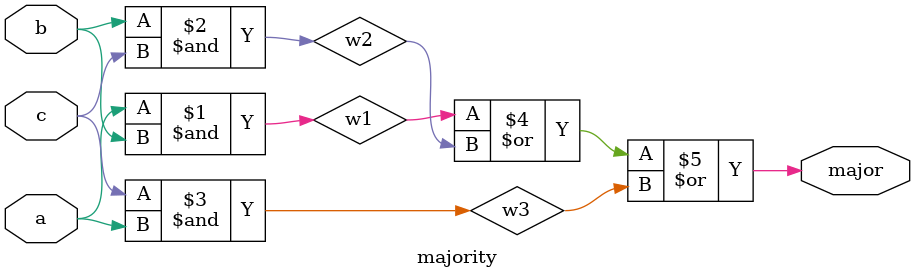
<source format=v>

module majority(a, b, c, major );
   input a, b, c;
   output major;
   wire w1, w2, w3;

   and  (w1, a, b);
   and  (w2, b, c);
   and  (w3, c, a);

   or (major, w1, w2, w3);

//
//  I N S E R T   Y O U R   C O D E   H E R E

//  E N D   I N S E R T
endmodule

</source>
